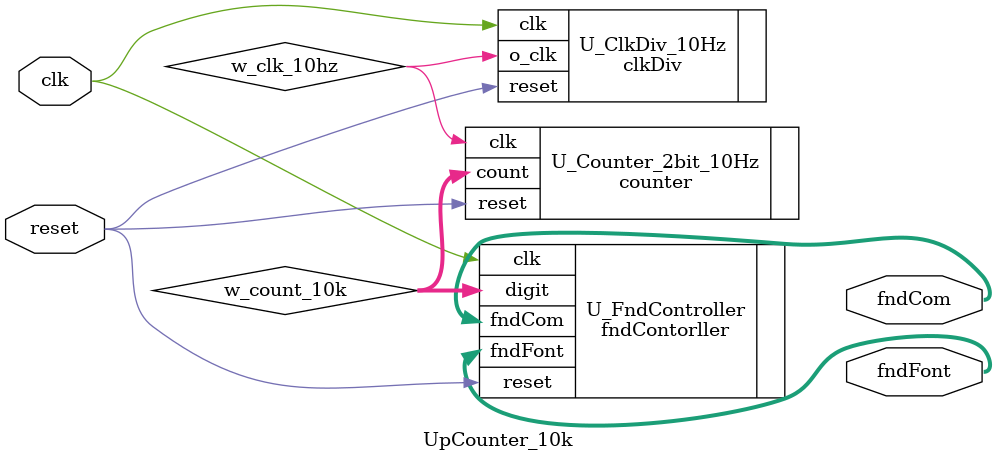
<source format=v>
`timescale 1ns / 1ps

module UpCounter_10k #(
    parameter MAX_COUNT = 9999
) (
    input clk,
    input reset,

    output [3:0] fndCom,
    output [7:0] fndFont
);

    wire w_clk_10hz;
    wire [13:0] w_count_10k;

    clkDiv #(
        .MAX_COUNT(100_000_00)      // 10Hz, 0.1s
    ) U_ClkDiv_10Hz (
        .reset(reset),
        .clk(clk),

        .o_clk(w_clk_10hz)
    );

    counter #(
        .MAX_COUNT(10_000)      // 10k count
    ) U_Counter_2bit_10Hz (
        .reset(reset),
        .clk  (w_clk_10hz),
        .count(w_count_10k)
    );

    fndContorller U_FndController (
        .reset(reset),
        .clk  (clk),
        .digit(w_count_10k),

        .fndFont(fndFont),
        .fndCom (fndCom)

    );
endmodule





</source>
